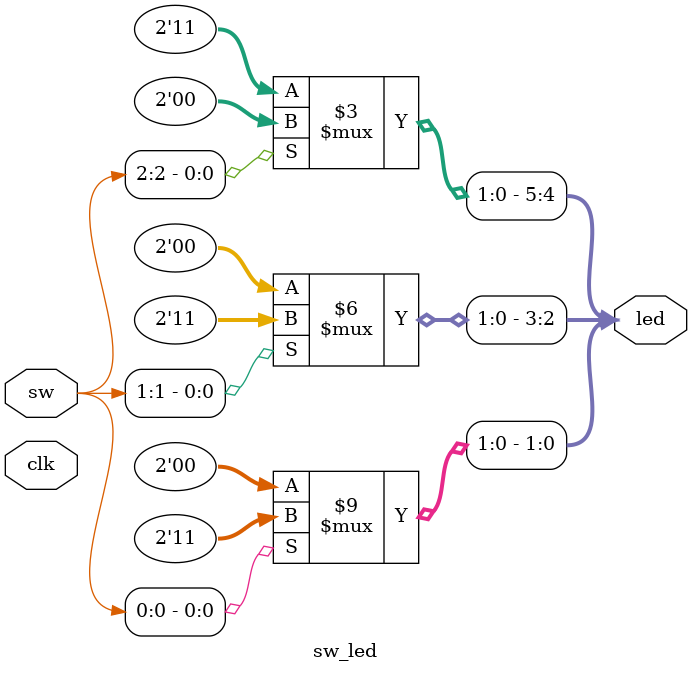
<source format=sv>
module sw_led(
  input  clk,
  input  logic [2:0] sw,
  output logic [5:0] led
);

 always_comb begin
        if (sw[0]) begin
            led[1:0] = 2'b11;
        end else begin
            led[1:0] = 2'b00;
        end

        if (sw[1]) begin
            led[3:2] = 2'b11;
        end else begin
            led[3:2] = 2'b00;
        end
        
        if (sw[2]) begin
            led[5:4] = 2'b00;
        end else begin
            led[5:4] = 2'b11;
        end
    end
endmodule

</source>
